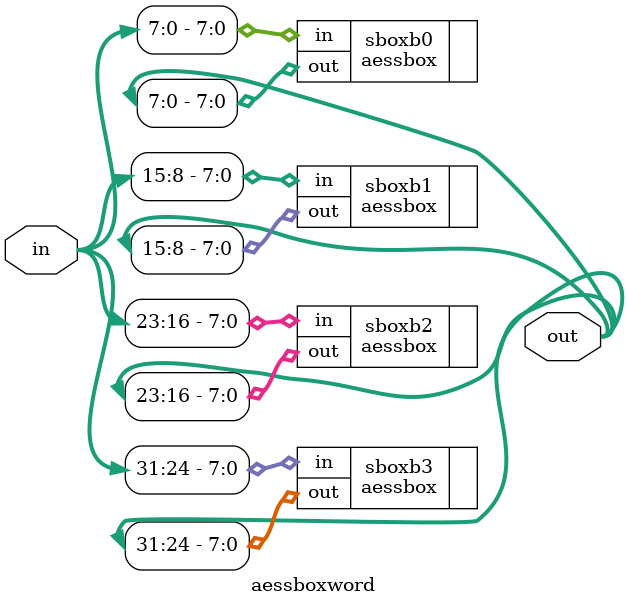
<source format=sv>

module aessboxword(
   input  logic [31:0] in, 
   output logic [31:0] out
);   
   
   // substitutions boxes for each byte of the word
   aessbox sboxb0(.in(in[7:0]), .out(out[7:0]));
   aessbox sboxb1(.in(in[15:8]), .out(out[15:8]));
   aessbox sboxb2(.in(in[23:16]), .out(out[23:16]));	
   aessbox sboxb3(.in(in[31:24]), .out(out[31:24]));   
endmodule

</source>
